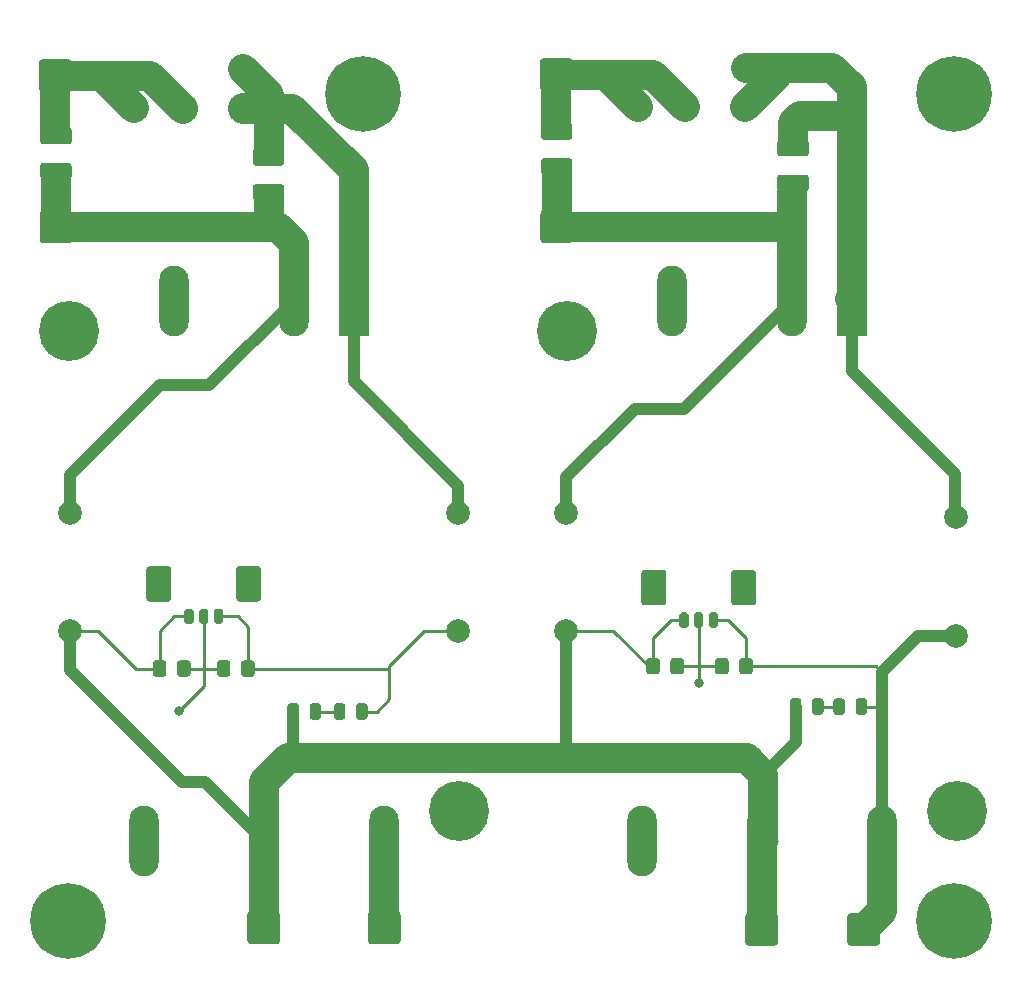
<source format=gtl>
G04 #@! TF.GenerationSoftware,KiCad,Pcbnew,5.1.6+dfsg1-1~bpo9+1*
G04 #@! TF.CreationDate,2022-05-29T17:42:38+02:00*
G04 #@! TF.ProjectId,sdrtrx-meanwell,73647274-7278-42d6-9d65-616e77656c6c,1*
G04 #@! TF.SameCoordinates,Original*
G04 #@! TF.FileFunction,Copper,L1,Top*
G04 #@! TF.FilePolarity,Positive*
%FSLAX46Y46*%
G04 Gerber Fmt 4.6, Leading zero omitted, Abs format (unit mm)*
G04 Created by KiCad (PCBNEW 5.1.6+dfsg1-1~bpo9+1) date 2022-05-29 17:42:38*
%MOMM*%
%LPD*%
G01*
G04 APERTURE LIST*
G04 #@! TA.AperFunction,ComponentPad*
%ADD10C,2.000000*%
G04 #@! TD*
G04 #@! TA.AperFunction,ComponentPad*
%ADD11O,2.000000X2.000000*%
G04 #@! TD*
G04 #@! TA.AperFunction,ComponentPad*
%ADD12O,2.400000X2.400000*%
G04 #@! TD*
G04 #@! TA.AperFunction,ComponentPad*
%ADD13C,2.400000*%
G04 #@! TD*
G04 #@! TA.AperFunction,ComponentPad*
%ADD14C,5.080000*%
G04 #@! TD*
G04 #@! TA.AperFunction,ComponentPad*
%ADD15O,2.500000X6.000001*%
G04 #@! TD*
G04 #@! TA.AperFunction,ComponentPad*
%ADD16R,2.500000X6.000000*%
G04 #@! TD*
G04 #@! TA.AperFunction,ComponentPad*
%ADD17O,2.500000X6.000000*%
G04 #@! TD*
G04 #@! TA.AperFunction,ComponentPad*
%ADD18C,6.400000*%
G04 #@! TD*
G04 #@! TA.AperFunction,ViaPad*
%ADD19C,0.800000*%
G04 #@! TD*
G04 #@! TA.AperFunction,Conductor*
%ADD20C,2.540000*%
G04 #@! TD*
G04 #@! TA.AperFunction,Conductor*
%ADD21C,0.254000*%
G04 #@! TD*
G04 #@! TA.AperFunction,Conductor*
%ADD22C,1.016000*%
G04 #@! TD*
G04 #@! TA.AperFunction,Conductor*
%ADD23C,1.524000*%
G04 #@! TD*
G04 APERTURE END LIST*
D10*
X5200000Y39600000D03*
X5200000Y29600000D03*
X47200000Y39600000D03*
X47200000Y29600000D03*
X80200000Y39200000D03*
X80200000Y29200000D03*
X38000000Y29600000D03*
X38000000Y39600000D03*
G04 #@! TA.AperFunction,SMDPad,CuDef*
G36*
G01*
X19675000Y25949999D02*
X19675000Y26850001D01*
G75*
G02*
X19924999Y27100000I249999J0D01*
G01*
X20575001Y27100000D01*
G75*
G02*
X20825000Y26850001I0J-249999D01*
G01*
X20825000Y25949999D01*
G75*
G02*
X20575001Y25700000I-249999J0D01*
G01*
X19924999Y25700000D01*
G75*
G02*
X19675000Y25949999I0J249999D01*
G01*
G37*
G04 #@! TD.AperFunction*
G04 #@! TA.AperFunction,SMDPad,CuDef*
G36*
G01*
X17625000Y25949999D02*
X17625000Y26850001D01*
G75*
G02*
X17874999Y27100000I249999J0D01*
G01*
X18525001Y27100000D01*
G75*
G02*
X18775000Y26850001I0J-249999D01*
G01*
X18775000Y25949999D01*
G75*
G02*
X18525001Y25700000I-249999J0D01*
G01*
X17874999Y25700000D01*
G75*
G02*
X17625000Y25949999I0J249999D01*
G01*
G37*
G04 #@! TD.AperFunction*
G04 #@! TA.AperFunction,SMDPad,CuDef*
G36*
G01*
X61850000Y26149999D02*
X61850000Y27050001D01*
G75*
G02*
X62099999Y27300000I249999J0D01*
G01*
X62750001Y27300000D01*
G75*
G02*
X63000000Y27050001I0J-249999D01*
G01*
X63000000Y26149999D01*
G75*
G02*
X62750001Y25900000I-249999J0D01*
G01*
X62099999Y25900000D01*
G75*
G02*
X61850000Y26149999I0J249999D01*
G01*
G37*
G04 #@! TD.AperFunction*
G04 #@! TA.AperFunction,SMDPad,CuDef*
G36*
G01*
X59800000Y26149999D02*
X59800000Y27050001D01*
G75*
G02*
X60049999Y27300000I249999J0D01*
G01*
X60700001Y27300000D01*
G75*
G02*
X60950000Y27050001I0J-249999D01*
G01*
X60950000Y26149999D01*
G75*
G02*
X60700001Y25900000I-249999J0D01*
G01*
X60049999Y25900000D01*
G75*
G02*
X59800000Y26149999I0J249999D01*
G01*
G37*
G04 #@! TD.AperFunction*
G04 #@! TA.AperFunction,SMDPad,CuDef*
G36*
G01*
X13350000Y26850001D02*
X13350000Y25949999D01*
G75*
G02*
X13100001Y25700000I-249999J0D01*
G01*
X12449999Y25700000D01*
G75*
G02*
X12200000Y25949999I0J249999D01*
G01*
X12200000Y26850001D01*
G75*
G02*
X12449999Y27100000I249999J0D01*
G01*
X13100001Y27100000D01*
G75*
G02*
X13350000Y26850001I0J-249999D01*
G01*
G37*
G04 #@! TD.AperFunction*
G04 #@! TA.AperFunction,SMDPad,CuDef*
G36*
G01*
X15400000Y26850001D02*
X15400000Y25949999D01*
G75*
G02*
X15150001Y25700000I-249999J0D01*
G01*
X14499999Y25700000D01*
G75*
G02*
X14250000Y25949999I0J249999D01*
G01*
X14250000Y26850001D01*
G75*
G02*
X14499999Y27100000I249999J0D01*
G01*
X15150001Y27100000D01*
G75*
G02*
X15400000Y26850001I0J-249999D01*
G01*
G37*
G04 #@! TD.AperFunction*
G04 #@! TA.AperFunction,SMDPad,CuDef*
G36*
G01*
X55125000Y27050001D02*
X55125000Y26149999D01*
G75*
G02*
X54875001Y25900000I-249999J0D01*
G01*
X54224999Y25900000D01*
G75*
G02*
X53975000Y26149999I0J249999D01*
G01*
X53975000Y27050001D01*
G75*
G02*
X54224999Y27300000I249999J0D01*
G01*
X54875001Y27300000D01*
G75*
G02*
X55125000Y27050001I0J-249999D01*
G01*
G37*
G04 #@! TD.AperFunction*
G04 #@! TA.AperFunction,SMDPad,CuDef*
G36*
G01*
X57175000Y27050001D02*
X57175000Y26149999D01*
G75*
G02*
X56925001Y25900000I-249999J0D01*
G01*
X56274999Y25900000D01*
G75*
G02*
X56025000Y26149999I0J249999D01*
G01*
X56025000Y27050001D01*
G75*
G02*
X56274999Y27300000I249999J0D01*
G01*
X56925001Y27300000D01*
G75*
G02*
X57175000Y27050001I0J-249999D01*
G01*
G37*
G04 #@! TD.AperFunction*
D11*
X19850000Y77150000D03*
D10*
X10650000Y73850000D03*
D11*
X62461300Y77280001D03*
D10*
X53261300Y73980001D03*
D12*
X19880000Y73800000D03*
D13*
X14800000Y73800000D03*
D12*
X62348000Y73955600D03*
D13*
X57268000Y73955600D03*
G04 #@! TA.AperFunction,SMDPad,CuDef*
G36*
G01*
X65325000Y68225000D02*
X67475000Y68225000D01*
G75*
G02*
X67725000Y67975000I0J-250000D01*
G01*
X67725000Y67050000D01*
G75*
G02*
X67475000Y66800000I-250000J0D01*
G01*
X65325000Y66800000D01*
G75*
G02*
X65075000Y67050000I0J250000D01*
G01*
X65075000Y67975000D01*
G75*
G02*
X65325000Y68225000I250000J0D01*
G01*
G37*
G04 #@! TD.AperFunction*
G04 #@! TA.AperFunction,SMDPad,CuDef*
G36*
G01*
X65325000Y71200000D02*
X67475000Y71200000D01*
G75*
G02*
X67725000Y70950000I0J-250000D01*
G01*
X67725000Y70025000D01*
G75*
G02*
X67475000Y69775000I-250000J0D01*
G01*
X65325000Y69775000D01*
G75*
G02*
X65075000Y70025000I0J250000D01*
G01*
X65075000Y70950000D01*
G75*
G02*
X65325000Y71200000I250000J0D01*
G01*
G37*
G04 #@! TD.AperFunction*
G04 #@! TA.AperFunction,SMDPad,CuDef*
G36*
G01*
X20925000Y67425000D02*
X23075000Y67425000D01*
G75*
G02*
X23325000Y67175000I0J-250000D01*
G01*
X23325000Y66250000D01*
G75*
G02*
X23075000Y66000000I-250000J0D01*
G01*
X20925000Y66000000D01*
G75*
G02*
X20675000Y66250000I0J250000D01*
G01*
X20675000Y67175000D01*
G75*
G02*
X20925000Y67425000I250000J0D01*
G01*
G37*
G04 #@! TD.AperFunction*
G04 #@! TA.AperFunction,SMDPad,CuDef*
G36*
G01*
X20925000Y70400000D02*
X23075000Y70400000D01*
G75*
G02*
X23325000Y70150000I0J-250000D01*
G01*
X23325000Y69225000D01*
G75*
G02*
X23075000Y68975000I-250000J0D01*
G01*
X20925000Y68975000D01*
G75*
G02*
X20675000Y69225000I0J250000D01*
G01*
X20675000Y70150000D01*
G75*
G02*
X20925000Y70400000I250000J0D01*
G01*
G37*
G04 #@! TD.AperFunction*
G04 #@! TA.AperFunction,SMDPad,CuDef*
G36*
G01*
X45325000Y69625000D02*
X47475000Y69625000D01*
G75*
G02*
X47725000Y69375000I0J-250000D01*
G01*
X47725000Y68450000D01*
G75*
G02*
X47475000Y68200000I-250000J0D01*
G01*
X45325000Y68200000D01*
G75*
G02*
X45075000Y68450000I0J250000D01*
G01*
X45075000Y69375000D01*
G75*
G02*
X45325000Y69625000I250000J0D01*
G01*
G37*
G04 #@! TD.AperFunction*
G04 #@! TA.AperFunction,SMDPad,CuDef*
G36*
G01*
X45325000Y72600000D02*
X47475000Y72600000D01*
G75*
G02*
X47725000Y72350000I0J-250000D01*
G01*
X47725000Y71425000D01*
G75*
G02*
X47475000Y71175000I-250000J0D01*
G01*
X45325000Y71175000D01*
G75*
G02*
X45075000Y71425000I0J250000D01*
G01*
X45075000Y72350000D01*
G75*
G02*
X45325000Y72600000I250000J0D01*
G01*
G37*
G04 #@! TD.AperFunction*
G04 #@! TA.AperFunction,SMDPad,CuDef*
G36*
G01*
X2925000Y69225000D02*
X5075000Y69225000D01*
G75*
G02*
X5325000Y68975000I0J-250000D01*
G01*
X5325000Y68050000D01*
G75*
G02*
X5075000Y67800000I-250000J0D01*
G01*
X2925000Y67800000D01*
G75*
G02*
X2675000Y68050000I0J250000D01*
G01*
X2675000Y68975000D01*
G75*
G02*
X2925000Y69225000I250000J0D01*
G01*
G37*
G04 #@! TD.AperFunction*
G04 #@! TA.AperFunction,SMDPad,CuDef*
G36*
G01*
X2925000Y72200000D02*
X5075000Y72200000D01*
G75*
G02*
X5325000Y71950000I0J-250000D01*
G01*
X5325000Y71025000D01*
G75*
G02*
X5075000Y70775000I-250000J0D01*
G01*
X2925000Y70775000D01*
G75*
G02*
X2675000Y71025000I0J250000D01*
G01*
X2675000Y71950000D01*
G75*
G02*
X2925000Y72200000I250000J0D01*
G01*
G37*
G04 #@! TD.AperFunction*
G04 #@! TA.AperFunction,SMDPad,CuDef*
G36*
G01*
X55670000Y34500000D02*
X55670000Y32000000D01*
G75*
G02*
X55420000Y31750000I-250000J0D01*
G01*
X53820000Y31750000D01*
G75*
G02*
X53570000Y32000000I0J250000D01*
G01*
X53570000Y34500000D01*
G75*
G02*
X53820000Y34750000I250000J0D01*
G01*
X55420000Y34750000D01*
G75*
G02*
X55670000Y34500000I0J-250000D01*
G01*
G37*
G04 #@! TD.AperFunction*
G04 #@! TA.AperFunction,SMDPad,CuDef*
G36*
G01*
X63270000Y34500000D02*
X63270000Y32000000D01*
G75*
G02*
X63020000Y31750000I-250000J0D01*
G01*
X61420000Y31750000D01*
G75*
G02*
X61170000Y32000000I0J250000D01*
G01*
X61170000Y34500000D01*
G75*
G02*
X61420000Y34750000I250000J0D01*
G01*
X63020000Y34750000D01*
G75*
G02*
X63270000Y34500000I0J-250000D01*
G01*
G37*
G04 #@! TD.AperFunction*
G04 #@! TA.AperFunction,SMDPad,CuDef*
G36*
G01*
X57570000Y30950000D02*
X57570000Y30050000D01*
G75*
G02*
X57370000Y29850000I-200000J0D01*
G01*
X56970000Y29850000D01*
G75*
G02*
X56770000Y30050000I0J200000D01*
G01*
X56770000Y30950000D01*
G75*
G02*
X56970000Y31150000I200000J0D01*
G01*
X57370000Y31150000D01*
G75*
G02*
X57570000Y30950000I0J-200000D01*
G01*
G37*
G04 #@! TD.AperFunction*
G04 #@! TA.AperFunction,SMDPad,CuDef*
G36*
G01*
X58820000Y30950000D02*
X58820000Y30050000D01*
G75*
G02*
X58620000Y29850000I-200000J0D01*
G01*
X58220000Y29850000D01*
G75*
G02*
X58020000Y30050000I0J200000D01*
G01*
X58020000Y30950000D01*
G75*
G02*
X58220000Y31150000I200000J0D01*
G01*
X58620000Y31150000D01*
G75*
G02*
X58820000Y30950000I0J-200000D01*
G01*
G37*
G04 #@! TD.AperFunction*
G04 #@! TA.AperFunction,SMDPad,CuDef*
G36*
G01*
X60070000Y30950000D02*
X60070000Y30050000D01*
G75*
G02*
X59870000Y29850000I-200000J0D01*
G01*
X59470000Y29850000D01*
G75*
G02*
X59270000Y30050000I0J200000D01*
G01*
X59270000Y30950000D01*
G75*
G02*
X59470000Y31150000I200000J0D01*
G01*
X59870000Y31150000D01*
G75*
G02*
X60070000Y30950000I0J-200000D01*
G01*
G37*
G04 #@! TD.AperFunction*
G04 #@! TA.AperFunction,SMDPad,CuDef*
G36*
G01*
X28506000Y23220250D02*
X28506000Y22307750D01*
G75*
G02*
X28262250Y22064000I-243750J0D01*
G01*
X27774750Y22064000D01*
G75*
G02*
X27531000Y22307750I0J243750D01*
G01*
X27531000Y23220250D01*
G75*
G02*
X27774750Y23464000I243750J0D01*
G01*
X28262250Y23464000D01*
G75*
G02*
X28506000Y23220250I0J-243750D01*
G01*
G37*
G04 #@! TD.AperFunction*
G04 #@! TA.AperFunction,SMDPad,CuDef*
G36*
G01*
X30381000Y23220250D02*
X30381000Y22307750D01*
G75*
G02*
X30137250Y22064000I-243750J0D01*
G01*
X29649750Y22064000D01*
G75*
G02*
X29406000Y22307750I0J243750D01*
G01*
X29406000Y23220250D01*
G75*
G02*
X29649750Y23464000I243750J0D01*
G01*
X30137250Y23464000D01*
G75*
G02*
X30381000Y23220250I0J-243750D01*
G01*
G37*
G04 #@! TD.AperFunction*
G04 #@! TA.AperFunction,SMDPad,CuDef*
G36*
G01*
X70797000Y23639250D02*
X70797000Y22726750D01*
G75*
G02*
X70553250Y22483000I-243750J0D01*
G01*
X70065750Y22483000D01*
G75*
G02*
X69822000Y22726750I0J243750D01*
G01*
X69822000Y23639250D01*
G75*
G02*
X70065750Y23883000I243750J0D01*
G01*
X70553250Y23883000D01*
G75*
G02*
X70797000Y23639250I0J-243750D01*
G01*
G37*
G04 #@! TD.AperFunction*
G04 #@! TA.AperFunction,SMDPad,CuDef*
G36*
G01*
X72672000Y23639250D02*
X72672000Y22726750D01*
G75*
G02*
X72428250Y22483000I-243750J0D01*
G01*
X71940750Y22483000D01*
G75*
G02*
X71697000Y22726750I0J243750D01*
G01*
X71697000Y23639250D01*
G75*
G02*
X71940750Y23883000I243750J0D01*
G01*
X72428250Y23883000D01*
G75*
G02*
X72672000Y23639250I0J-243750D01*
G01*
G37*
G04 #@! TD.AperFunction*
G04 #@! TA.AperFunction,SMDPad,CuDef*
G36*
G01*
X25469000Y22307750D02*
X25469000Y23220250D01*
G75*
G02*
X25712750Y23464000I243750J0D01*
G01*
X26200250Y23464000D01*
G75*
G02*
X26444000Y23220250I0J-243750D01*
G01*
X26444000Y22307750D01*
G75*
G02*
X26200250Y22064000I-243750J0D01*
G01*
X25712750Y22064000D01*
G75*
G02*
X25469000Y22307750I0J243750D01*
G01*
G37*
G04 #@! TD.AperFunction*
G04 #@! TA.AperFunction,SMDPad,CuDef*
G36*
G01*
X23594000Y22307750D02*
X23594000Y23220250D01*
G75*
G02*
X23837750Y23464000I243750J0D01*
G01*
X24325250Y23464000D01*
G75*
G02*
X24569000Y23220250I0J-243750D01*
G01*
X24569000Y22307750D01*
G75*
G02*
X24325250Y22064000I-243750J0D01*
G01*
X23837750Y22064000D01*
G75*
G02*
X23594000Y22307750I0J243750D01*
G01*
G37*
G04 #@! TD.AperFunction*
G04 #@! TA.AperFunction,SMDPad,CuDef*
G36*
G01*
X68014000Y22726750D02*
X68014000Y23639250D01*
G75*
G02*
X68257750Y23883000I243750J0D01*
G01*
X68745250Y23883000D01*
G75*
G02*
X68989000Y23639250I0J-243750D01*
G01*
X68989000Y22726750D01*
G75*
G02*
X68745250Y22483000I-243750J0D01*
G01*
X68257750Y22483000D01*
G75*
G02*
X68014000Y22726750I0J243750D01*
G01*
G37*
G04 #@! TD.AperFunction*
G04 #@! TA.AperFunction,SMDPad,CuDef*
G36*
G01*
X66139000Y22726750D02*
X66139000Y23639250D01*
G75*
G02*
X66382750Y23883000I243750J0D01*
G01*
X66870250Y23883000D01*
G75*
G02*
X67114000Y23639250I0J-243750D01*
G01*
X67114000Y22726750D01*
G75*
G02*
X66870250Y22483000I-243750J0D01*
G01*
X66382750Y22483000D01*
G75*
G02*
X66139000Y22726750I0J243750D01*
G01*
G37*
G04 #@! TD.AperFunction*
G04 #@! TA.AperFunction,ComponentPad*
G36*
G01*
X45025000Y62674999D02*
X45025000Y64925001D01*
G75*
G02*
X45274999Y65175000I249999J0D01*
G01*
X47525001Y65175000D01*
G75*
G02*
X47775000Y64925001I0J-249999D01*
G01*
X47775000Y62674999D01*
G75*
G02*
X47525001Y62425000I-249999J0D01*
G01*
X45274999Y62425000D01*
G75*
G02*
X45025000Y62674999I0J249999D01*
G01*
G37*
G04 #@! TD.AperFunction*
G04 #@! TA.AperFunction,ComponentPad*
G36*
G01*
X44980000Y75555999D02*
X44980000Y77806001D01*
G75*
G02*
X45229999Y78056000I249999J0D01*
G01*
X47480001Y78056000D01*
G75*
G02*
X47730000Y77806001I0J-249999D01*
G01*
X47730000Y75555999D01*
G75*
G02*
X47480001Y75306000I-249999J0D01*
G01*
X45229999Y75306000D01*
G75*
G02*
X44980000Y75555999I0J249999D01*
G01*
G37*
G04 #@! TD.AperFunction*
D14*
X80264000Y14351000D03*
X47244000Y54991000D03*
D15*
X53594000Y11811000D03*
X73914000Y11811000D03*
D16*
X71374000Y57531000D03*
D17*
X66294000Y57531000D03*
D15*
X56134000Y57531000D03*
X63754000Y11811000D03*
D14*
X38100000Y14351000D03*
X5080000Y54991000D03*
D15*
X11430000Y11811000D03*
X31750000Y11811000D03*
D16*
X29210000Y57531000D03*
D17*
X24130000Y57531000D03*
D15*
X13970000Y57531000D03*
X21590000Y11811000D03*
G04 #@! TA.AperFunction,SMDPad,CuDef*
G36*
G01*
X13760000Y34817500D02*
X13760000Y32317500D01*
G75*
G02*
X13510000Y32067500I-250000J0D01*
G01*
X11910000Y32067500D01*
G75*
G02*
X11660000Y32317500I0J250000D01*
G01*
X11660000Y34817500D01*
G75*
G02*
X11910000Y35067500I250000J0D01*
G01*
X13510000Y35067500D01*
G75*
G02*
X13760000Y34817500I0J-250000D01*
G01*
G37*
G04 #@! TD.AperFunction*
G04 #@! TA.AperFunction,SMDPad,CuDef*
G36*
G01*
X21360000Y34817500D02*
X21360000Y32317500D01*
G75*
G02*
X21110000Y32067500I-250000J0D01*
G01*
X19510000Y32067500D01*
G75*
G02*
X19260000Y32317500I0J250000D01*
G01*
X19260000Y34817500D01*
G75*
G02*
X19510000Y35067500I250000J0D01*
G01*
X21110000Y35067500D01*
G75*
G02*
X21360000Y34817500I0J-250000D01*
G01*
G37*
G04 #@! TD.AperFunction*
G04 #@! TA.AperFunction,SMDPad,CuDef*
G36*
G01*
X15660000Y31267500D02*
X15660000Y30367500D01*
G75*
G02*
X15460000Y30167500I-200000J0D01*
G01*
X15060000Y30167500D01*
G75*
G02*
X14860000Y30367500I0J200000D01*
G01*
X14860000Y31267500D01*
G75*
G02*
X15060000Y31467500I200000J0D01*
G01*
X15460000Y31467500D01*
G75*
G02*
X15660000Y31267500I0J-200000D01*
G01*
G37*
G04 #@! TD.AperFunction*
G04 #@! TA.AperFunction,SMDPad,CuDef*
G36*
G01*
X16910000Y31267500D02*
X16910000Y30367500D01*
G75*
G02*
X16710000Y30167500I-200000J0D01*
G01*
X16310000Y30167500D01*
G75*
G02*
X16110000Y30367500I0J200000D01*
G01*
X16110000Y31267500D01*
G75*
G02*
X16310000Y31467500I200000J0D01*
G01*
X16710000Y31467500D01*
G75*
G02*
X16910000Y31267500I0J-200000D01*
G01*
G37*
G04 #@! TD.AperFunction*
G04 #@! TA.AperFunction,SMDPad,CuDef*
G36*
G01*
X18160000Y31267500D02*
X18160000Y30367500D01*
G75*
G02*
X17960000Y30167500I-200000J0D01*
G01*
X17560000Y30167500D01*
G75*
G02*
X17360000Y30367500I0J200000D01*
G01*
X17360000Y31267500D01*
G75*
G02*
X17560000Y31467500I200000J0D01*
G01*
X17960000Y31467500D01*
G75*
G02*
X18160000Y31267500I0J-200000D01*
G01*
G37*
G04 #@! TD.AperFunction*
G04 #@! TA.AperFunction,ComponentPad*
G36*
G01*
X20464999Y5820000D02*
X22715001Y5820000D01*
G75*
G02*
X22965000Y5570001I0J-249999D01*
G01*
X22965000Y3319999D01*
G75*
G02*
X22715001Y3070000I-249999J0D01*
G01*
X20464999Y3070000D01*
G75*
G02*
X20215000Y3319999I0J249999D01*
G01*
X20215000Y5570001D01*
G75*
G02*
X20464999Y5820000I249999J0D01*
G01*
G37*
G04 #@! TD.AperFunction*
G04 #@! TA.AperFunction,ComponentPad*
G36*
G01*
X30674999Y5820000D02*
X32925001Y5820000D01*
G75*
G02*
X33175000Y5570001I0J-249999D01*
G01*
X33175000Y3319999D01*
G75*
G02*
X32925001Y3070000I-249999J0D01*
G01*
X30674999Y3070000D01*
G75*
G02*
X30425000Y3319999I0J249999D01*
G01*
X30425000Y5570001D01*
G75*
G02*
X30674999Y5820000I249999J0D01*
G01*
G37*
G04 #@! TD.AperFunction*
G04 #@! TA.AperFunction,ComponentPad*
G36*
G01*
X62628999Y5693000D02*
X64879001Y5693000D01*
G75*
G02*
X65129000Y5443001I0J-249999D01*
G01*
X65129000Y3192999D01*
G75*
G02*
X64879001Y2943000I-249999J0D01*
G01*
X62628999Y2943000D01*
G75*
G02*
X62379000Y3192999I0J249999D01*
G01*
X62379000Y5443001D01*
G75*
G02*
X62628999Y5693000I249999J0D01*
G01*
G37*
G04 #@! TD.AperFunction*
G04 #@! TA.AperFunction,ComponentPad*
G36*
G01*
X71264999Y5693000D02*
X73515001Y5693000D01*
G75*
G02*
X73765000Y5443001I0J-249999D01*
G01*
X73765000Y3192999D01*
G75*
G02*
X73515001Y2943000I-249999J0D01*
G01*
X71264999Y2943000D01*
G75*
G02*
X71015000Y3192999I0J249999D01*
G01*
X71015000Y5443001D01*
G75*
G02*
X71264999Y5693000I249999J0D01*
G01*
G37*
G04 #@! TD.AperFunction*
G04 #@! TA.AperFunction,ComponentPad*
G36*
G01*
X5375000Y64925001D02*
X5375000Y62674999D01*
G75*
G02*
X5125001Y62425000I-249999J0D01*
G01*
X2874999Y62425000D01*
G75*
G02*
X2625000Y62674999I0J249999D01*
G01*
X2625000Y64925001D01*
G75*
G02*
X2874999Y65175000I249999J0D01*
G01*
X5125001Y65175000D01*
G75*
G02*
X5375000Y64925001I0J-249999D01*
G01*
G37*
G04 #@! TD.AperFunction*
G04 #@! TA.AperFunction,ComponentPad*
G36*
G01*
X5312000Y77725001D02*
X5312000Y75474999D01*
G75*
G02*
X5062001Y75225000I-249999J0D01*
G01*
X2811999Y75225000D01*
G75*
G02*
X2562000Y75474999I0J249999D01*
G01*
X2562000Y77725001D01*
G75*
G02*
X2811999Y77975000I249999J0D01*
G01*
X5062001Y77975000D01*
G75*
G02*
X5312000Y77725001I0J-249999D01*
G01*
G37*
G04 #@! TD.AperFunction*
D18*
X80000000Y75010000D03*
X80000000Y5010000D03*
X30000000Y75010000D03*
X5000000Y5010000D03*
D19*
X14400000Y22800000D03*
X58420000Y25220000D03*
D20*
X63754000Y11557000D02*
X63754000Y4318000D01*
D21*
X63754000Y11811000D02*
X65011000Y11811000D01*
X57170000Y30500000D02*
X56100000Y30500000D01*
X54550000Y28950000D02*
X54550000Y26600000D01*
X56100000Y30500000D02*
X54550000Y28950000D01*
X54550000Y26600000D02*
X54200000Y26600000D01*
X51200000Y29600000D02*
X47200000Y29600000D01*
X54200000Y26600000D02*
X51200000Y29600000D01*
X15260000Y30817500D02*
X14017500Y30817500D01*
X12775000Y29575000D02*
X12775000Y26400000D01*
X14017500Y30817500D02*
X12775000Y29575000D01*
X12775000Y26400000D02*
X10800000Y26400000D01*
X7600000Y29600000D02*
X5200000Y29600000D01*
X10800000Y26400000D02*
X7600000Y29600000D01*
D22*
X5200000Y26270600D02*
X14706600Y16764000D01*
X5200000Y29600000D02*
X5200000Y26270600D01*
D20*
X63881000Y17399000D02*
X63881000Y11684000D01*
X21590000Y16764000D02*
X23622000Y18796000D01*
X21590000Y4445000D02*
X21590000Y16764000D01*
X62484000Y18796000D02*
X63881000Y17399000D01*
D22*
X16637000Y16764000D02*
X21590000Y11811000D01*
X14706600Y16764000D02*
X16637000Y16764000D01*
X24081500Y19255500D02*
X23622000Y18796000D01*
X24081500Y22764000D02*
X24081500Y19255500D01*
X66626500Y20144500D02*
X63881000Y17399000D01*
X66626500Y23183000D02*
X66626500Y20144500D01*
X47200000Y19600000D02*
X48004000Y18796000D01*
D20*
X48004000Y18796000D02*
X62484000Y18796000D01*
D22*
X47200000Y29600000D02*
X47200000Y19600000D01*
D20*
X23622000Y18796000D02*
X48004000Y18796000D01*
D21*
X17760000Y30817500D02*
X19382500Y30817500D01*
X20250000Y29950000D02*
X20250000Y26400000D01*
X19382500Y30817500D02*
X20250000Y29950000D01*
X20250000Y26400000D02*
X31100000Y26400000D01*
X29893500Y22764000D02*
X31164000Y22764000D01*
X31164000Y22764000D02*
X32200000Y23800000D01*
X35200000Y29600000D02*
X38000000Y29600000D01*
X32200000Y26600000D02*
X35200000Y29600000D01*
X32200000Y26400000D02*
X32200000Y26600000D01*
X31100000Y26400000D02*
X32200000Y26400000D01*
X32200000Y23800000D02*
X32200000Y26400000D01*
D20*
X31750000Y4495000D02*
X31800000Y4445000D01*
X31750000Y11811000D02*
X31750000Y4495000D01*
D21*
X68501500Y23183000D02*
X70309500Y23183000D01*
D20*
X73914000Y5842000D02*
X72390000Y4318000D01*
X73914000Y11557000D02*
X73914000Y5842000D01*
D22*
X73914000Y11557000D02*
X73914000Y16764000D01*
X77000000Y29200000D02*
X80200000Y29200000D01*
X73914000Y26114000D02*
X77000000Y29200000D01*
X73914000Y16764000D02*
X73914000Y26114000D01*
D21*
X62425000Y26600000D02*
X62425000Y28975000D01*
X60900000Y30500000D02*
X59670000Y30500000D01*
X62425000Y28975000D02*
X60900000Y30500000D01*
X72184500Y23183000D02*
X73533000Y23183000D01*
X73914000Y26114000D02*
X73886000Y26114000D01*
X73533000Y23183000D02*
X73914000Y23564000D01*
X73886000Y26114000D02*
X73400000Y26600000D01*
X73400000Y26600000D02*
X62425000Y26600000D01*
D23*
X24003000Y57404000D02*
X24130000Y57277000D01*
D20*
X4000000Y63800000D02*
X4000000Y67800000D01*
X22000000Y63800000D02*
X22000000Y66000000D01*
X4000000Y63800000D02*
X22000000Y63800000D01*
X22000000Y63800000D02*
X22800000Y63800000D01*
X24130000Y62470000D02*
X24130000Y57531000D01*
X22800000Y63800000D02*
X24130000Y62470000D01*
D22*
X16999000Y50400000D02*
X24130000Y57531000D01*
X5200000Y42800000D02*
X12800000Y50400000D01*
X12800000Y50400000D02*
X16999000Y50400000D01*
X5200000Y39600000D02*
X5200000Y42800000D01*
D21*
X16510000Y24910000D02*
X14400000Y22800000D01*
X16620000Y26400000D02*
X16510000Y26510000D01*
X18200000Y26400000D02*
X16620000Y26400000D01*
X16510000Y30817500D02*
X16510000Y26510000D01*
X16400000Y26400000D02*
X16510000Y26290000D01*
X14825000Y26400000D02*
X16400000Y26400000D01*
X16510000Y26290000D02*
X16510000Y24910000D01*
X16510000Y26510000D02*
X16510000Y26290000D01*
X58400000Y26600000D02*
X58420000Y26620000D01*
X58420000Y26620000D02*
X58420000Y30500000D01*
X56600000Y26600000D02*
X58400000Y26600000D01*
X60375000Y26600000D02*
X58400000Y26600000D01*
X58420000Y25020000D02*
X58420000Y25220000D01*
X58420000Y25220000D02*
X58420000Y26620000D01*
D20*
X14750000Y73850000D02*
X14800000Y73800000D01*
X3937000Y76600000D02*
X3937000Y72263000D01*
X7900000Y76600000D02*
X10650000Y73850000D01*
X3937000Y76600000D02*
X7900000Y76600000D01*
X12000000Y76600000D02*
X14800000Y73800000D01*
X7900000Y76600000D02*
X12000000Y76600000D01*
D22*
X80124300Y39306500D02*
X80124300Y42862500D01*
X80124300Y42862500D02*
X71374000Y51612800D01*
D20*
X62461300Y74068900D02*
X62348000Y73955600D01*
X71200000Y57705000D02*
X71374000Y57531000D01*
X71374000Y64226000D02*
X71374000Y62374000D01*
X71374000Y62374000D02*
X71374000Y57531000D01*
D22*
X71374000Y53686500D02*
X71374000Y54426000D01*
X71374000Y54426000D02*
X71374000Y57531000D01*
X71374000Y51612800D02*
X71374000Y54426000D01*
D20*
X71374000Y73226000D02*
X67026000Y73226000D01*
X71374000Y62374000D02*
X71374000Y73226000D01*
X67026000Y73226000D02*
X66400000Y72600000D01*
X66400000Y72600000D02*
X66400000Y71200000D01*
X71374000Y75626000D02*
X71374000Y73226000D01*
X69719999Y77280001D02*
X71374000Y75626000D01*
X65080001Y76687601D02*
X65080001Y77280001D01*
X62348000Y73955600D02*
X65080001Y76687601D01*
X65080001Y77280001D02*
X69719999Y77280001D01*
X62461300Y77280001D02*
X65080001Y77280001D01*
D22*
X47200000Y39600000D02*
X47200000Y42600000D01*
X47200000Y42600000D02*
X53000000Y48400000D01*
X57163000Y48400000D02*
X66294000Y57531000D01*
X53000000Y48400000D02*
X57163000Y48400000D01*
D20*
X46400000Y63800000D02*
X65600000Y63800000D01*
X65600000Y63800000D02*
X66294000Y63106000D01*
X46400000Y63800000D02*
X46400000Y68200000D01*
X66294000Y61494000D02*
X66294000Y66694000D01*
X66294000Y63106000D02*
X66294000Y61494000D01*
X66294000Y61494000D02*
X66294000Y57531000D01*
D21*
X28018500Y22764000D02*
X25956500Y22764000D01*
D22*
X38049200Y39611300D02*
X38049200Y41871900D01*
X29210000Y50711100D02*
X29210000Y57531000D01*
X38049200Y41871900D02*
X29210000Y50711100D01*
D20*
X19850000Y73830000D02*
X19880000Y73800000D01*
D22*
X29210000Y57531000D02*
X29210000Y52722500D01*
D20*
X24000000Y73800000D02*
X22000000Y73800000D01*
X29210000Y68590000D02*
X24000000Y73800000D01*
X29210000Y57531000D02*
X29210000Y68590000D01*
X22000000Y73800000D02*
X22000000Y70400000D01*
X19880000Y73800000D02*
X22000000Y73800000D01*
X22000000Y75000000D02*
X22000000Y73800000D01*
X19850000Y77150000D02*
X22000000Y75000000D01*
X57243599Y73980001D02*
X57268000Y73955600D01*
X46355000Y76681000D02*
X46355000Y72645000D01*
X50560301Y76681000D02*
X53261300Y73980001D01*
X46355000Y76681000D02*
X50560301Y76681000D01*
X54542600Y76681000D02*
X57268000Y73955600D01*
X50560301Y76681000D02*
X54542600Y76681000D01*
M02*

</source>
